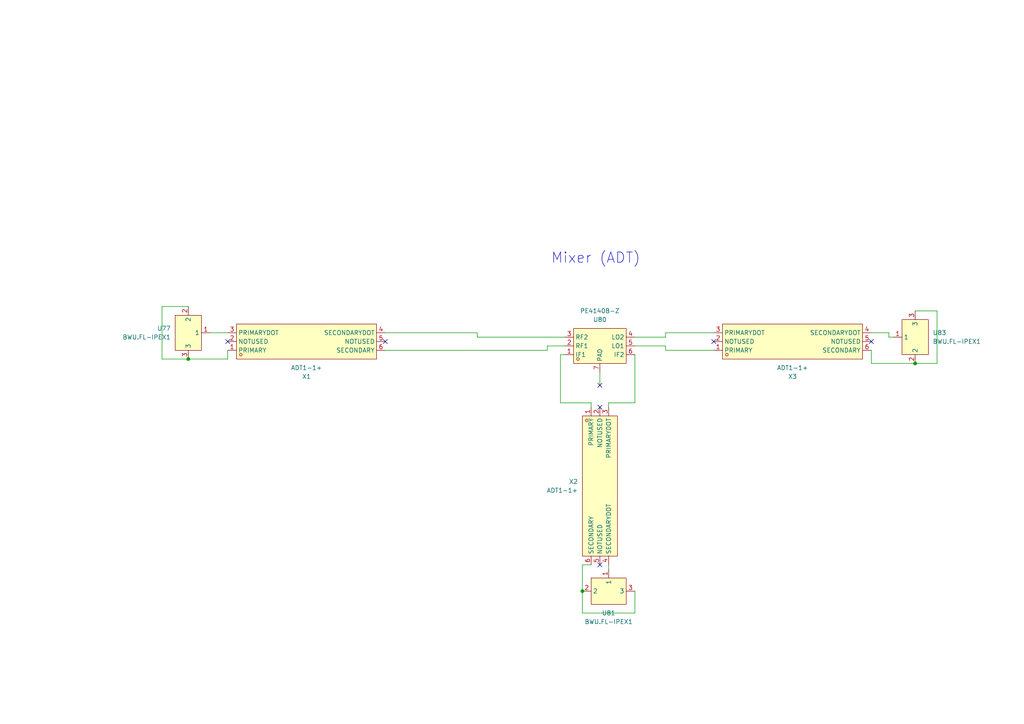
<source format=kicad_sch>
(kicad_sch (version 20231120) (generator "eeschema") (generator_version "8.0")
  (paper "A4")
  (lib_symbols
    (symbol "easyeda2kicad:ADT1-1+"
      (property "Reference" "X" (at 0 7.62 0))
      (property "Value" "ADT1-1+" (at 0 -7.62 0))
      (symbol "ADT1-1+_0_1"
        (rectangle (start -20.32 5.08) (end 20.32 -5.08) (fill (type background)))
        (circle (center -19.05 3.81) (radius 0.38))
        (pin unspecified line (at -22.86 2.54 0) (length 2.54) (name "PRIMARY") (number "1"))
        (pin unspecified line (at -22.86 0 0) (length 2.54) (name "NOTUSED") (number "2"))
        (pin unspecified line (at -22.86 -2.54 0) (length 2.54) (name "PRIMARYDOT") (number "3"))
        (pin unspecified line (at 22.86 -2.54 180) (length 2.54) (name "SECONDARYDOT") (number "4"))
        (pin unspecified line (at 22.86 0 180) (length 2.54) (name "NOTUSED") (number "5"))
        (pin unspecified line (at 22.86 2.54 180) (length 2.54) (name "SECONDARY") (number "6"))
      )
    )
    (symbol "easyeda2kicad:BWU.FL-IPEX1"
      (property "Reference" "U" (at 0 12.7 0))
      (property "Value" "BWU.FL-IPEX1" (at 0 -12.7 0))
      (symbol "BWU.FL-IPEX1_0_1"
        (rectangle (start -5.08 5.08) (end 2.54 -5.08) (fill (type background)))
        (pin unspecified line (at 5.08 0 180) (length 2.54) (name "1") (number "1"))
        (pin unspecified line (at -1.27 7.62 270) (length 2.54) (name "2") (number "2"))
        (pin unspecified line (at -1.27 -7.62 90) (length 2.54) (name "3") (number "3"))
      )
    )
    (symbol "easyeda2kicad:PE4140B-Z"
      (property "Reference" "U" (at 0 11.43 0))
      (property "Value" "PE4140B-Z" (at 0 -8.89 0))
      (symbol "PE4140B-Z_0_1"
        (rectangle (start -7.62 3.81) (end 7.62 -6.35) (fill (type background)))
        (circle (center -6.35 2.54) (radius 0.38))
        (pin unspecified line (at -10.16 1.27 0) (length 2.54) (name "IF1") (number "1"))
        (pin unspecified line (at -10.16 -1.27 0) (length 2.54) (name "RF1") (number "2"))
        (pin unspecified line (at -10.16 -3.81 0) (length 2.54) (name "RF2") (number "3"))
        (pin unspecified line (at 10.16 -3.81 180) (length 2.54) (name "LO2") (number "4"))
        (pin unspecified line (at 10.16 -1.27 180) (length 2.54) (name "LO1") (number "5"))
        (pin unspecified line (at 10.16 1.27 180) (length 2.54) (name "IF2") (number "6"))
        (pin unspecified line (at 0 6.35 270) (length 2.54) (name "PAD") (number "7"))
      )
    )
  )
  (junction (at 168.91 171.45))
  (junction (at 54.61 104.14))
  (junction (at 265.43 105.41))
  (no_connect (at 173.99 111.76))
  (no_connect (at 173.99 163.83))
  (no_connect (at 173.99 118.11))
  (no_connect (at 111.76 99.06))
  (no_connect (at 207.01 99.06))
  (no_connect (at 66.04 99.06))
  (no_connect (at 252.73 99.06))
  (wire (pts (xy 60.96 96.52) (xy 66.04 96.52)))
  (wire (pts (xy 176.53 116.84) (xy 184.15 116.84)))
  (wire (pts (xy 46.99 88.9) (xy 46.99 104.14)))
  (wire (pts (xy 66.04 104.14) (xy 66.04 101.6)))
  (wire (pts (xy 46.99 104.14) (xy 54.61 104.14)))
  (wire (pts (xy 173.99 107.95) (xy 173.99 111.76)))
  (wire (pts (xy 257.81 96.52) (xy 252.73 96.52)))
  (wire (pts (xy 193.04 96.52) (xy 193.04 97.79)))
  (wire (pts (xy 111.76 96.52) (xy 138.43 96.52)))
  (wire (pts (xy 138.43 97.79) (xy 138.43 96.52)))
  (wire (pts (xy 184.15 116.84) (xy 184.15 102.87)))
  (wire (pts (xy 54.61 104.14) (xy 66.04 104.14)))
  (wire (pts (xy 184.15 177.8) (xy 168.91 177.8)))
  (wire (pts (xy 193.04 101.6) (xy 193.04 100.33)))
  (wire (pts (xy 193.04 96.52) (xy 207.01 96.52)))
  (wire (pts (xy 257.81 97.79) (xy 257.81 96.52)))
  (wire (pts (xy 138.43 97.79) (xy 163.83 97.79)))
  (wire (pts (xy 257.81 97.79) (xy 259.08 97.79)))
  (wire (pts (xy 162.56 116.84) (xy 171.45 116.84)))
  (wire (pts (xy 265.43 90.17) (xy 271.78 90.17)))
  (wire (pts (xy 176.53 163.83) (xy 176.53 165.1)))
  (wire (pts (xy 162.56 116.84) (xy 162.56 102.87)))
  (wire (pts (xy 162.56 102.87) (xy 163.83 102.87)))
  (wire (pts (xy 252.73 105.41) (xy 265.43 105.41)))
  (wire (pts (xy 184.15 97.79) (xy 193.04 97.79)))
  (wire (pts (xy 168.91 163.83) (xy 171.45 163.83)))
  (wire (pts (xy 271.78 90.17) (xy 271.78 105.41)))
  (wire (pts (xy 184.15 100.33) (xy 193.04 100.33)))
  (wire (pts (xy 168.91 177.8) (xy 168.91 171.45)))
  (wire (pts (xy 54.61 88.9) (xy 46.99 88.9)))
  (wire (pts (xy 193.04 101.6) (xy 207.01 101.6)))
  (wire (pts (xy 176.53 116.84) (xy 176.53 118.11)))
  (wire (pts (xy 184.15 171.45) (xy 184.15 177.8)))
  (wire (pts (xy 168.91 171.45) (xy 168.91 163.83)))
  (wire (pts (xy 171.45 116.84) (xy 171.45 118.11)))
  (wire (pts (xy 271.78 105.41) (xy 265.43 105.41)))
  (wire (pts (xy 252.73 101.6) (xy 252.73 105.41)))
  (wire (pts (xy 158.75 100.33) (xy 163.83 100.33)))
  (wire (pts (xy 158.75 100.33) (xy 158.75 101.6)))
  (wire (pts (xy 111.76 101.6) (xy 158.75 101.6)))
  (text "Mixer (ADT)" (at 159.766 76.708 0) (effects (font (size 3 3)) (justify left bottom)))
  (symbol (lib_id "easyeda2kicad:ADT1-1+") (at 229.87 99.06 0) (mirror x) (unit 1)
    (property "Reference" "X3" (at 229.87 109.22 0))
    (property "Value" "ADT1-1+" (at 229.87 106.68 0))
    (property "Footprint" "easyeda2kicad:XFMR-SMD_6P-L7.9-W5.6-P2.54-LS7.0-BL" (effects (hide yes)))
    (property "Description" "5.71dB 5° 150kHz~400MHz 3dB 50Ω:50Ω SMD-6P  Balun ROHS" (effects (hide yes)))
    (property "MFR" "ADT1-1+" (effects (hide yes)))
    (property "LCSC" "C2683432" (effects (hide yes)))
    (property "URL" "https://jlcpcb.com/partdetail/minicircuits-ADT1_1/C2683432" (effects (hide yes)))
  )
  (symbol (lib_id "easyeda2kicad:ADT1-1+") (at 88.9 99.06 0) (mirror x) (unit 1)
    (property "Reference" "X1" (at 88.9 109.22 0))
    (property "Value" "ADT1-1+" (at 88.9 106.68 0))
    (property "Footprint" "easyeda2kicad:XFMR-SMD_6P-L7.9-W5.6-P2.54-LS7.0-BL" (effects (hide yes)))
    (property "Description" "5.71dB 5° 150kHz~400MHz 3dB 50Ω:50Ω SMD-6P  Balun ROHS" (effects (hide yes)))
    (property "MFR" "ADT1-1+" (effects (hide yes)))
    (property "LCSC" "C2683432" (effects (hide yes)))
    (property "URL" "https://jlcpcb.com/partdetail/minicircuits-ADT1_1/C2683432" (effects (hide yes)))
  )
  (symbol (lib_id "easyeda2kicad:BWU.FL-IPEX1") (at 264.16 97.79 180) (unit 1)
    (property "Reference" "U83" (at 270.51 96.5199 0) (effects (justify right)))
    (property "Value" "BWU.FL-IPEX1" (at 270.51 99.0599 0) (effects (justify right)))
    (property "Footprint" "easyeda2kicad:IPEX-SMD_BWIPX-1-001E" (effects (hide yes)))
    (property "Description" "1 Inner needle IPEX Board Edge 1.25mm 6GHz 260℃ 50Ω 2mm SMD  RF Connectors / Coaxial Connectors ROHS" (effects (hide yes)))
    (property "MFR" "BWU.FL-IPEX1" (effects (hide yes)))
    (property "LCSC" "C5137195" (effects (hide yes)))
    (property "URL" "https://jlcpcb.com/partdetail/BatWireless-BWU_FLIPEX1/C5137195" (effects (hide yes)))
  )
  (symbol (lib_id "easyeda2kicad:PE4140B-Z") (at 173.99 101.6 0) (mirror x) (unit 1)
    (property "Reference" "U80" (at 173.99 92.71 0))
    (property "Value" "PE4140B-Z" (at 173.99 90.17 0))
    (property "Footprint" "easyeda2kicad:DFN-6_L3.0-W3.0-P0.95-BL-EP-PE4140B-Z" (effects (hide yes)))
    (property "Description" "RF Mixer High-Linearity MOSFET Quad" (effects (hide yes)))
    (property "MFR" "PE4140B-Z" (effects (hide yes)))
    (property "LCSC" "C5336176" (effects (hide yes)))
    (property "URL" "https://jlcpcb.com/partdetail/Psemi-PE4140BZ/C5336176" (effects (hide yes)))
  )
  (symbol (lib_id "easyeda2kicad:ADT1-1+") (at 173.99 140.97 90) (mirror x) (unit 1)
    (property "Reference" "X2" (at 167.64 139.6999 90) (effects (justify left)))
    (property "Value" "ADT1-1+" (at 167.64 142.2399 90) (effects (justify left)))
    (property "Footprint" "easyeda2kicad:XFMR-SMD_6P-L7.9-W5.6-P2.54-LS7.0-BL" (effects (hide yes)))
    (property "Description" "5.71dB 5° 150kHz~400MHz 3dB 50Ω:50Ω SMD-6P  Balun ROHS" (effects (hide yes)))
    (property "MFR" "ADT1-1+" (effects (hide yes)))
    (property "LCSC" "C2683432" (effects (hide yes)))
    (property "URL" "https://jlcpcb.com/partdetail/minicircuits-ADT1_1/C2683432" (effects (hide yes)))
  )
  (symbol (lib_id "easyeda2kicad:BWU.FL-IPEX1") (at 176.53 170.18 90) (unit 1)
    (property "Reference" "U81" (at 176.53 177.8 90))
    (property "Value" "BWU.FL-IPEX1" (at 176.53 180.34 90))
    (property "Footprint" "easyeda2kicad:IPEX-SMD_BWIPX-1-001E" (effects (hide yes)))
    (property "Description" "1 Inner needle IPEX Board Edge 1.25mm 6GHz 260℃ 50Ω 2mm SMD  RF Connectors / Coaxial Connectors ROHS" (effects (hide yes)))
    (property "MFR" "BWU.FL-IPEX1" (effects (hide yes)))
    (property "LCSC" "C5137195" (effects (hide yes)))
    (property "URL" "https://jlcpcb.com/partdetail/BatWireless-BWU_FLIPEX1/C5137195" (effects (hide yes)))
  )
  (symbol (lib_id "easyeda2kicad:BWU.FL-IPEX1") (at 55.88 96.52 0) (unit 1)
    (property "Reference" "U77" (at 49.53 95.2499 0) (effects (justify right)))
    (property "Value" "BWU.FL-IPEX1" (at 49.53 97.7899 0) (effects (justify right)))
    (property "Footprint" "easyeda2kicad:IPEX-SMD_BWIPX-1-001E" (effects (hide yes)))
    (property "Description" "1 Inner needle IPEX Board Edge 1.25mm 6GHz 260℃ 50Ω 2mm SMD  RF Connectors / Coaxial Connectors ROHS" (effects (hide yes)))
    (property "MFR" "BWU.FL-IPEX1" (effects (hide yes)))
    (property "LCSC" "C5137195" (effects (hide yes)))
    (property "URL" "https://jlcpcb.com/partdetail/BatWireless-BWU_FLIPEX1/C5137195" (effects (hide yes)))
  )
)
</source>
